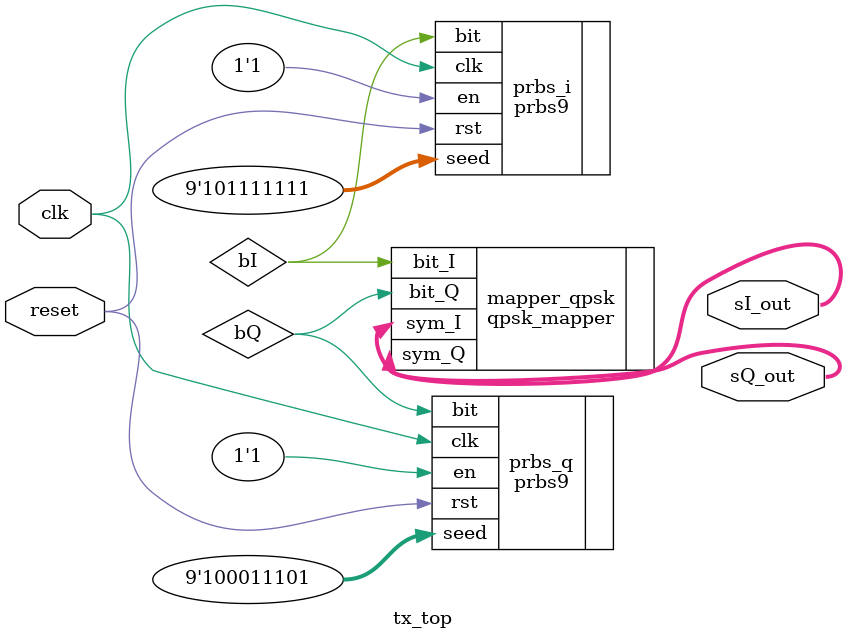
<source format=v>
module tx_top (
    input  wire clk,
    input  wire reset,
    output wire signed [15:0] sI_out, 
    output wire signed [15:0] sQ_out
);

    // Señales internas
    wire bI, bQ;

    // 1. PRBS I (Semilla 0x17F)
    // NOTA: 'seed' es un puerto, no un parámetro, según tu prbs9.v
    prbs9 prbs_i (
        .clk (clk),
        .rst (reset),
        .en  (1'b1),      // <--- IMPORTANTE: Habilitar el PRBS
        .seed(9'h17F),    // <--- Conectado al puerto 'seed'
        .bit (bI)
    );

    // 2. PRBS Q (Semilla 0x11D)
    prbs9 prbs_q (
        .clk (clk),
        .rst (reset),
        .en  (1'b1),      // <--- IMPORTANTE
        .seed(9'h11D),
        .bit (bQ)
    );

    // 3. Mapeador QPSK
    // Asegúrate de que qpsk_mapper.v tenga puertos que coincidan con estos nombres
    qpsk_mapper mapper_qpsk (
        .bit_I(bI),       // Nombres sugeridos en el paso anterior
        .bit_Q(bQ),
        .sym_I(sI_out),
        .sym_Q(sQ_out)
    );

endmodule
</source>
